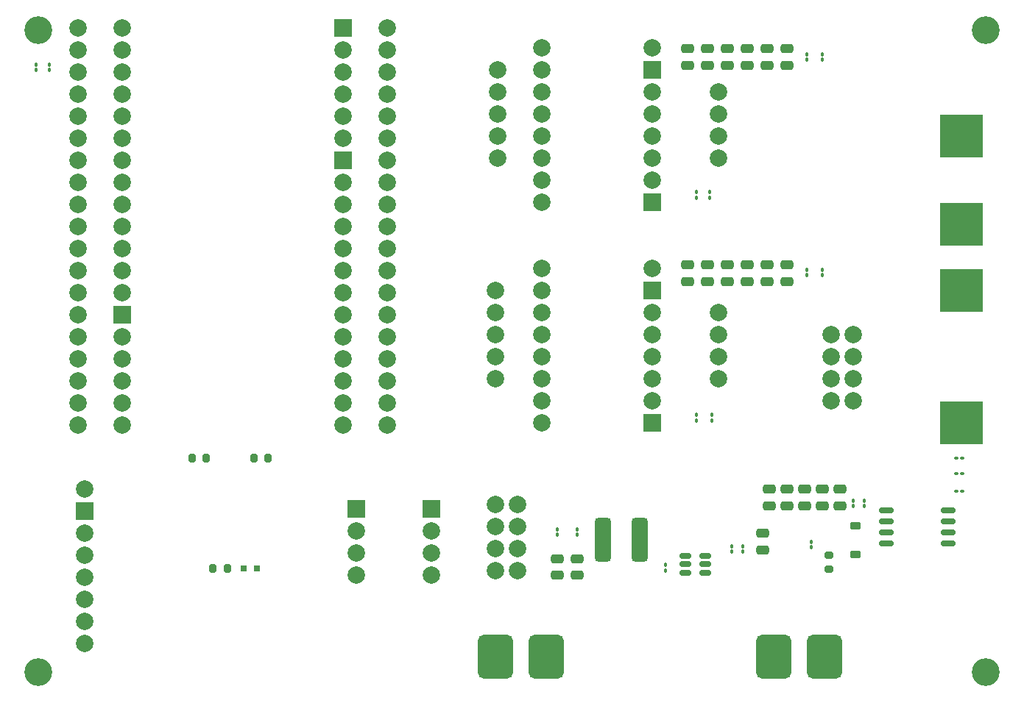
<source format=gbr>
%TF.GenerationSoftware,KiCad,Pcbnew,9.0.4*%
%TF.CreationDate,2025-09-24T21:04:32+02:00*%
%TF.ProjectId,stepperbalancerelektonics,73746570-7065-4726-9261-6c616e636572,rev?*%
%TF.SameCoordinates,Original*%
%TF.FileFunction,Soldermask,Top*%
%TF.FilePolarity,Negative*%
%FSLAX46Y46*%
G04 Gerber Fmt 4.6, Leading zero omitted, Abs format (unit mm)*
G04 Created by KiCad (PCBNEW 9.0.4) date 2025-09-24 21:04:32*
%MOMM*%
%LPD*%
G01*
G04 APERTURE LIST*
G04 Aperture macros list*
%AMRoundRect*
0 Rectangle with rounded corners*
0 $1 Rounding radius*
0 $2 $3 $4 $5 $6 $7 $8 $9 X,Y pos of 4 corners*
0 Add a 4 corners polygon primitive as box body*
4,1,4,$2,$3,$4,$5,$6,$7,$8,$9,$2,$3,0*
0 Add four circle primitives for the rounded corners*
1,1,$1+$1,$2,$3*
1,1,$1+$1,$4,$5*
1,1,$1+$1,$6,$7*
1,1,$1+$1,$8,$9*
0 Add four rect primitives between the rounded corners*
20,1,$1+$1,$2,$3,$4,$5,0*
20,1,$1+$1,$4,$5,$6,$7,0*
20,1,$1+$1,$6,$7,$8,$9,0*
20,1,$1+$1,$8,$9,$2,$3,0*%
G04 Aperture macros list end*
%ADD10C,3.200000*%
%ADD11R,5.000000X5.000000*%
%ADD12RoundRect,0.600000X-1.400000X-1.900000X1.400000X-1.900000X1.400000X1.900000X-1.400000X1.900000X0*%
%ADD13C,2.000000*%
%ADD14RoundRect,0.162500X0.650000X0.162500X-0.650000X0.162500X-0.650000X-0.162500X0.650000X-0.162500X0*%
%ADD15RoundRect,0.100000X0.100000X-0.130000X0.100000X0.130000X-0.100000X0.130000X-0.100000X-0.130000X0*%
%ADD16RoundRect,0.250000X-0.475000X0.250000X-0.475000X-0.250000X0.475000X-0.250000X0.475000X0.250000X0*%
%ADD17R,2.000000X2.000000*%
%ADD18RoundRect,0.100000X-0.100000X0.130000X-0.100000X-0.130000X0.100000X-0.130000X0.100000X0.130000X0*%
%ADD19RoundRect,0.200000X-0.200000X-0.275000X0.200000X-0.275000X0.200000X0.275000X-0.200000X0.275000X0*%
%ADD20RoundRect,0.250000X0.475000X-0.250000X0.475000X0.250000X-0.475000X0.250000X-0.475000X-0.250000X0*%
%ADD21RoundRect,0.200000X0.275000X-0.200000X0.275000X0.200000X-0.275000X0.200000X-0.275000X-0.200000X0*%
%ADD22R,0.800000X0.800000*%
%ADD23RoundRect,0.100000X0.130000X0.100000X-0.130000X0.100000X-0.130000X-0.100000X0.130000X-0.100000X0*%
%ADD24RoundRect,0.225000X-0.375000X0.225000X-0.375000X-0.225000X0.375000X-0.225000X0.375000X0.225000X0*%
%ADD25RoundRect,0.100000X-0.130000X-0.100000X0.130000X-0.100000X0.130000X0.100000X-0.130000X0.100000X0*%
%ADD26RoundRect,0.150000X0.512500X0.150000X-0.512500X0.150000X-0.512500X-0.150000X0.512500X-0.150000X0*%
%ADD27RoundRect,0.475000X0.475000X2.075000X-0.475000X2.075000X-0.475000X-2.075000X0.475000X-2.075000X0*%
G04 APERTURE END LIST*
D10*
%TO.C,REF\u002A\u002A*%
X71628000Y-48768000D03*
%TD*%
%TO.C,REF\u002A\u002A*%
X71628000Y-122682000D03*
%TD*%
%TO.C,REF\u002A\u002A*%
X180594000Y-122682000D03*
%TD*%
%TO.C,REF\u002A\u002A*%
X180594000Y-48768000D03*
%TD*%
D11*
%TO.C,Batterie*%
X177800000Y-60960000D03*
X177800000Y-71120000D03*
%TD*%
D12*
%TO.C,U9*%
X162052000Y-120904000D03*
%TD*%
%TO.C,U8*%
X156210000Y-120904000D03*
%TD*%
%TO.C,U7*%
X130048000Y-120904000D03*
%TD*%
%TO.C,U6*%
X124206000Y-120904000D03*
%TD*%
D13*
%TO.C,U5*%
X162814000Y-83820000D03*
X162814000Y-86360000D03*
X162814000Y-88900000D03*
X162814000Y-91440000D03*
X165354000Y-83820000D03*
X165354000Y-86360000D03*
X165354000Y-88900000D03*
X165354000Y-91440000D03*
%TD*%
%TO.C,U4*%
X124206000Y-103378000D03*
X124206000Y-105918000D03*
X124206000Y-108458000D03*
X124206000Y-110998000D03*
X126746000Y-103378000D03*
X126746000Y-105918000D03*
X126746000Y-108458000D03*
X126746000Y-110998000D03*
%TD*%
D14*
%TO.C,PMOS1*%
X176307500Y-107823000D03*
X176307500Y-106553000D03*
X176307500Y-105283000D03*
X176307500Y-104013000D03*
X169132500Y-104013000D03*
X169132500Y-105283000D03*
X169132500Y-106553000D03*
X169132500Y-107823000D03*
%TD*%
D15*
%TO.C,C41*%
X133604000Y-106837000D03*
X133604000Y-106197000D03*
%TD*%
D16*
%TO.C,C18*%
X155448000Y-75758000D03*
X155448000Y-77658000D03*
%TD*%
D13*
%TO.C,MPU1*%
X76962000Y-101600000D03*
D17*
X76962000Y-104140000D03*
D13*
X76962000Y-106680000D03*
X76962000Y-109220000D03*
X76962000Y-111760000D03*
X76962000Y-114300000D03*
X76962000Y-116840000D03*
X76962000Y-119380000D03*
%TD*%
D18*
%TO.C,C38*%
X152654000Y-108169000D03*
X152654000Y-108809000D03*
%TD*%
D19*
%TO.C,R3*%
X89282000Y-98044000D03*
X90932000Y-98044000D03*
%TD*%
D15*
%TO.C,C12*%
X147320000Y-93701000D03*
X147320000Y-93061000D03*
%TD*%
D16*
%TO.C,C22*%
X157734000Y-75758000D03*
X157734000Y-77658000D03*
%TD*%
D15*
%TO.C,C39*%
X151384000Y-108809000D03*
X151384000Y-108169000D03*
%TD*%
D13*
%TO.C,U2*%
X124206000Y-78740000D03*
X124206000Y-81280000D03*
X124206000Y-83820000D03*
X124206000Y-86360000D03*
X124206000Y-88900000D03*
%TD*%
D16*
%TO.C,C19*%
X153162000Y-75758000D03*
X153162000Y-77658000D03*
%TD*%
%TO.C,C26*%
X146304000Y-50866000D03*
X146304000Y-52766000D03*
%TD*%
D15*
%TO.C,C4*%
X166624000Y-103535000D03*
X166624000Y-102895000D03*
%TD*%
D20*
%TO.C,C11*%
X163830000Y-103500000D03*
X163830000Y-101600000D03*
%TD*%
D15*
%TO.C,C16*%
X160020000Y-76962000D03*
X160020000Y-76322000D03*
%TD*%
D16*
%TO.C,C37*%
X154940000Y-106680000D03*
X154940000Y-108580000D03*
%TD*%
D21*
%TO.C,R5*%
X162560000Y-110807000D03*
X162560000Y-109157000D03*
%TD*%
D15*
%TO.C,C32*%
X72898000Y-53340000D03*
X72898000Y-52700000D03*
%TD*%
D22*
%TO.C,D2*%
X96762000Y-110744000D03*
X95262000Y-110744000D03*
%TD*%
D18*
%TO.C,C34*%
X143764000Y-110294000D03*
X143764000Y-110934000D03*
%TD*%
D13*
%TO.C,U3*%
X124460000Y-53340000D03*
X124460000Y-55880000D03*
X124460000Y-58420000D03*
X124460000Y-60960000D03*
X124460000Y-63500000D03*
%TD*%
D18*
%TO.C,C30*%
X161798000Y-51496000D03*
X161798000Y-52136000D03*
%TD*%
D13*
%TO.C,Esp32C1*%
X76200000Y-48514000D03*
X76200000Y-51054000D03*
X76200000Y-53594000D03*
X76200000Y-56134000D03*
X76200000Y-58674000D03*
X76200000Y-61214000D03*
X76200000Y-63754000D03*
X76200000Y-66294000D03*
X76200000Y-68834000D03*
X76200000Y-71374000D03*
X76200000Y-73914000D03*
X76200000Y-76454000D03*
X76200000Y-78994000D03*
X76200000Y-81534000D03*
X76200000Y-84074000D03*
X76200000Y-86614000D03*
X76200000Y-89154000D03*
X76200000Y-91694000D03*
X76200000Y-94234000D03*
X111760000Y-48514000D03*
X111760000Y-51054000D03*
X111760000Y-53594000D03*
X111760000Y-56134000D03*
X111760000Y-58674000D03*
X111760000Y-61214000D03*
X111760000Y-63754000D03*
X111760000Y-66294000D03*
X111760000Y-68834000D03*
X111760000Y-71374000D03*
X111760000Y-73914000D03*
X111760000Y-76454000D03*
X111760000Y-78994000D03*
X111760000Y-81534000D03*
X111760000Y-84074000D03*
X111760000Y-86614000D03*
X111760000Y-89154000D03*
X111760000Y-91694000D03*
X111760000Y-94234000D03*
%TD*%
D23*
%TO.C,C14*%
X177866000Y-98044000D03*
X177226000Y-98044000D03*
%TD*%
D16*
%TO.C,C17*%
X150876000Y-75758000D03*
X150876000Y-77658000D03*
%TD*%
D24*
%TO.C,D1*%
X165608000Y-105792000D03*
X165608000Y-109092000D03*
%TD*%
D11*
%TO.C,Button1*%
X177800000Y-78740000D03*
X177800000Y-93980000D03*
%TD*%
D16*
%TO.C,C25*%
X157734000Y-50866000D03*
X157734000Y-52766000D03*
%TD*%
%TO.C,C23*%
X148590000Y-50866000D03*
X148590000Y-52766000D03*
%TD*%
%TO.C,C35*%
X133604000Y-109606000D03*
X133604000Y-111506000D03*
%TD*%
D18*
%TO.C,C31*%
X160528000Y-107630000D03*
X160528000Y-108270000D03*
%TD*%
%TO.C,C5*%
X149098000Y-93061000D03*
X149098000Y-93701000D03*
%TD*%
D20*
%TO.C,C8*%
X157734000Y-103500000D03*
X157734000Y-101600000D03*
%TD*%
D16*
%TO.C,C20*%
X146304000Y-75758000D03*
X146304000Y-77658000D03*
%TD*%
D25*
%TO.C,C2*%
X177226000Y-99822000D03*
X177866000Y-99822000D03*
%TD*%
D17*
%TO.C,OLED1*%
X108204000Y-103886000D03*
D13*
X108204000Y-106426000D03*
X108204000Y-108966000D03*
X108204000Y-111506000D03*
%TD*%
D16*
%TO.C,C36*%
X131318000Y-109606000D03*
X131318000Y-111506000D03*
%TD*%
D15*
%TO.C,C29*%
X160020000Y-52136000D03*
X160020000Y-51496000D03*
%TD*%
D13*
%TO.C,Stepper1*%
X149860000Y-55880000D03*
X149860000Y-58420000D03*
X149860000Y-60960000D03*
X149860000Y-63500000D03*
%TD*%
%TO.C,TMC2*%
X129540000Y-76200000D03*
X129540000Y-78740000D03*
X129540000Y-81280000D03*
X129540000Y-83820000D03*
X129540000Y-86360000D03*
X129540000Y-88900000D03*
X129540000Y-91440000D03*
X129540000Y-93980000D03*
X142240000Y-76200000D03*
D17*
X142240000Y-78740000D03*
D13*
X142240000Y-81280000D03*
X142240000Y-83820000D03*
X142240000Y-86360000D03*
X142240000Y-88900000D03*
X142240000Y-91440000D03*
D17*
X142240000Y-93980000D03*
%TD*%
D26*
%TO.C,U1*%
X148336000Y-111186000D03*
X148336000Y-110236000D03*
X148336000Y-109286000D03*
X146061000Y-109286000D03*
X146061000Y-110236000D03*
X146061000Y-111186000D03*
%TD*%
D19*
%TO.C,R4*%
X96394000Y-98044000D03*
X98044000Y-98044000D03*
%TD*%
D13*
%TO.C,Esp1*%
X81280000Y-48514000D03*
X81280000Y-51054000D03*
X81280000Y-53594000D03*
X81280000Y-56134000D03*
X81280000Y-58674000D03*
X81280000Y-61214000D03*
X81280000Y-63754000D03*
X81280000Y-66294000D03*
X81280000Y-68834000D03*
X81280000Y-71374000D03*
X81280000Y-73914000D03*
X81280000Y-76454000D03*
X81280000Y-78994000D03*
D17*
X81280000Y-81534000D03*
D13*
X81280000Y-84074000D03*
X81280000Y-86614000D03*
X81280000Y-89154000D03*
X81280000Y-91694000D03*
X81280000Y-94234000D03*
D17*
X106680000Y-48514000D03*
D13*
X106680000Y-51054000D03*
X106680000Y-53594000D03*
X106680000Y-56134000D03*
X106680000Y-58674000D03*
X106680000Y-61214000D03*
D17*
X106680000Y-63754000D03*
D13*
X106680000Y-66294000D03*
X106680000Y-68834000D03*
X106680000Y-71374000D03*
X106680000Y-73914000D03*
X106680000Y-76454000D03*
X106680000Y-78994000D03*
X106680000Y-81534000D03*
X106680000Y-84074000D03*
X106680000Y-86614000D03*
X106680000Y-89154000D03*
X106680000Y-91694000D03*
X106680000Y-94234000D03*
%TD*%
D19*
%TO.C,R1*%
X91694000Y-110744000D03*
X93344000Y-110744000D03*
%TD*%
D13*
%TO.C,TMC1*%
X129540000Y-50800000D03*
X129540000Y-53340000D03*
X129540000Y-55880000D03*
X129540000Y-58420000D03*
X129540000Y-60960000D03*
X129540000Y-63500000D03*
X129540000Y-66040000D03*
X129540000Y-68580000D03*
X142240000Y-50800000D03*
D17*
X142240000Y-53340000D03*
D13*
X142240000Y-55880000D03*
X142240000Y-58420000D03*
X142240000Y-60960000D03*
X142240000Y-63500000D03*
X142240000Y-66040000D03*
D17*
X142240000Y-68580000D03*
%TD*%
D20*
%TO.C,C7*%
X155702000Y-103500000D03*
X155702000Y-101600000D03*
%TD*%
D18*
%TO.C,C15*%
X161798000Y-76322000D03*
X161798000Y-76962000D03*
%TD*%
%TO.C,C33*%
X71374000Y-52700000D03*
X71374000Y-53340000D03*
%TD*%
D15*
%TO.C,C13*%
X147320000Y-68047000D03*
X147320000Y-67407000D03*
%TD*%
D18*
%TO.C,C6*%
X148844000Y-67407000D03*
X148844000Y-68047000D03*
%TD*%
D16*
%TO.C,C28*%
X155448000Y-50866000D03*
X155448000Y-52766000D03*
%TD*%
D15*
%TO.C,C1*%
X165354000Y-103535000D03*
X165354000Y-102895000D03*
%TD*%
D23*
%TO.C,C3*%
X177866000Y-101854000D03*
X177226000Y-101854000D03*
%TD*%
D16*
%TO.C,C21*%
X148590000Y-75758000D03*
X148590000Y-77658000D03*
%TD*%
D20*
%TO.C,C9*%
X159766000Y-103500000D03*
X159766000Y-101600000D03*
%TD*%
D16*
%TO.C,C24*%
X153162000Y-50866000D03*
X153162000Y-52766000D03*
%TD*%
D27*
%TO.C,L1*%
X140784000Y-107442000D03*
X136584000Y-107442000D03*
%TD*%
D13*
%TO.C,Stepper2*%
X149860000Y-81280000D03*
X149860000Y-83820000D03*
X149860000Y-86360000D03*
X149860000Y-88900000D03*
%TD*%
D20*
%TO.C,C10*%
X161798000Y-103500000D03*
X161798000Y-101600000D03*
%TD*%
D16*
%TO.C,C27*%
X150876000Y-50866000D03*
X150876000Y-52766000D03*
%TD*%
D18*
%TO.C,C40*%
X131318000Y-106197000D03*
X131318000Y-106837000D03*
%TD*%
D17*
%TO.C,OLED2*%
X116840000Y-103886000D03*
D13*
X116840000Y-106426000D03*
X116840000Y-108966000D03*
X116840000Y-111506000D03*
%TD*%
M02*

</source>
